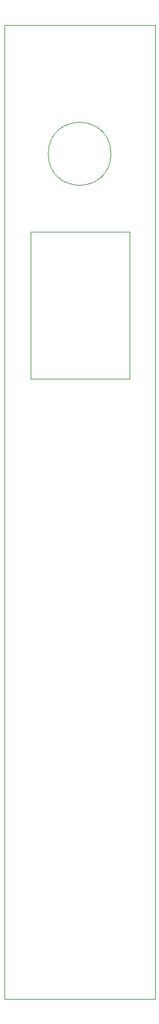
<source format=gm1>
G04 #@! TF.GenerationSoftware,KiCad,Pcbnew,6.0.4-6f826c9f35~116~ubuntu18.04.1*
G04 #@! TF.CreationDate,2022-10-10T17:57:14-04:00*
G04 #@! TF.ProjectId,4UP-panel,3455502d-7061-46e6-956c-2e6b69636164,rev?*
G04 #@! TF.SameCoordinates,Original*
G04 #@! TF.FileFunction,Profile,NP*
%FSLAX46Y46*%
G04 Gerber Fmt 4.6, Leading zero omitted, Abs format (unit mm)*
G04 Created by KiCad (PCBNEW 6.0.4-6f826c9f35~116~ubuntu18.04.1) date 2022-10-10 17:57:14*
%MOMM*%
%LPD*%
G01*
G04 APERTURE LIST*
G04 #@! TA.AperFunction,Profile*
%ADD10C,0.100000*%
G04 #@! TD*
G04 APERTURE END LIST*
D10*
X45150000Y-47000000D02*
G75*
G03*
X45150000Y-47000000I-4150000J0D01*
G01*
X31000000Y-30000000D02*
X51000000Y-30000000D01*
X51000000Y-30000000D02*
X51000000Y-158500000D01*
X51000000Y-158500000D02*
X31000000Y-158500000D01*
X31000000Y-158500000D02*
X31000000Y-30000000D01*
X34500000Y-76700000D02*
X47600000Y-76700000D01*
X47600000Y-76700000D02*
X47600000Y-57300000D01*
X47600000Y-57300000D02*
X34500000Y-57300000D01*
X34500000Y-57300000D02*
X34500000Y-76700000D01*
M02*

</source>
